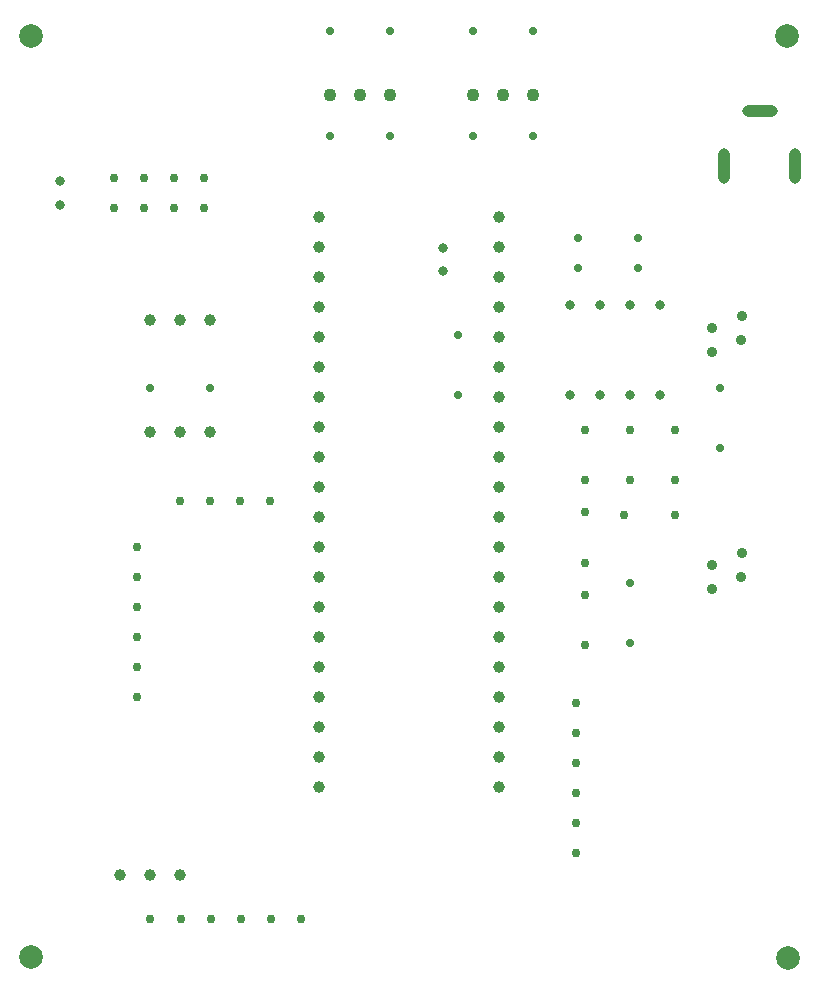
<source format=gbr>
%TF.GenerationSoftware,KiCad,Pcbnew,(6.0.4)*%
%TF.CreationDate,2023-07-21T11:31:22+07:00*%
%TF.ProjectId,05-Prototype-UpdatedComponents,30352d50-726f-4746-9f74-7970652d5570,rev?*%
%TF.SameCoordinates,PX66ff300PY8b3c880*%
%TF.FileFunction,Plated,1,2,PTH,Mixed*%
%TF.FilePolarity,Positive*%
%FSLAX46Y46*%
G04 Gerber Fmt 4.6, Leading zero omitted, Abs format (unit mm)*
G04 Created by KiCad (PCBNEW (6.0.4)) date 2023-07-21 11:31:22*
%MOMM*%
%LPD*%
G01*
G04 APERTURE LIST*
%TA.AperFunction,ComponentDrill*%
%ADD10C,0.700000*%
%TD*%
%TA.AperFunction,ComponentDrill*%
%ADD11C,0.762000*%
%TD*%
%TA.AperFunction,ComponentDrill*%
%ADD12C,0.800000*%
%TD*%
%TA.AperFunction,ComponentDrill*%
%ADD13C,0.890000*%
%TD*%
%TA.AperFunction,ComponentDrill*%
%ADD14C,1.000000*%
%TD*%
G04 aperture for slot hole*
%TA.AperFunction,ComponentDrill*%
%ADD15O,1.000000X3.000000*%
%TD*%
G04 aperture for slot hole*
%TA.AperFunction,ComponentDrill*%
%ADD16O,3.000000X1.000000*%
%TD*%
%TA.AperFunction,ComponentDrill*%
%ADD17C,1.100000*%
%TD*%
%TA.AperFunction,ViaDrill*%
%ADD18C,2.000000*%
%TD*%
G04 APERTURE END LIST*
D10*
%TO.C,R9*%
X14555000Y55195000D03*
X19635000Y55195000D03*
%TO.C,R2*%
X29795000Y85350000D03*
%TO.C,R3*%
X29795000Y76460000D03*
%TO.C,R2*%
X34875000Y85350000D03*
%TO.C,R3*%
X34875000Y76460000D03*
%TO.C,R7*%
X40590000Y59640000D03*
X40590000Y54560000D03*
%TO.C,R0*%
X41860000Y85350000D03*
%TO.C,R1*%
X41860000Y76460000D03*
%TO.C,R0*%
X46940000Y85350000D03*
%TO.C,R1*%
X46940000Y76460000D03*
%TO.C,R5*%
X50750000Y67895000D03*
%TO.C,R4*%
X50750000Y65355000D03*
%TO.C,R8*%
X55195000Y38685000D03*
X55195000Y33605000D03*
%TO.C,R5*%
X55830000Y67895000D03*
%TO.C,R4*%
X55830000Y65355000D03*
%TO.C,R6*%
X62815000Y55195000D03*
X62815000Y50115000D03*
D11*
%TO.C,U5*%
X11507000Y72910000D03*
X11507000Y70370000D03*
%TO.C,U7*%
X13465000Y41733000D03*
X13465000Y39193000D03*
X13465000Y36653000D03*
X13465000Y34113000D03*
X13465000Y31573000D03*
X13465000Y29033000D03*
%TO.C,U5*%
X14047000Y72910000D03*
X14047000Y70370000D03*
%TO.C,U4*%
X14555000Y10160000D03*
%TO.C,U5*%
X16587000Y72910000D03*
X16587000Y70370000D03*
%TO.C,U4*%
X17095000Y45620000D03*
X17175000Y10160000D03*
%TO.C,U5*%
X19127000Y72910000D03*
X19127000Y70370000D03*
%TO.C,U4*%
X19635000Y45620000D03*
X19715000Y10160000D03*
X22175000Y45620000D03*
X22255000Y10160000D03*
X24715000Y45620000D03*
X24795000Y10160000D03*
X27335000Y10160000D03*
%TO.C,U3*%
X50650000Y28525000D03*
X50650000Y25985000D03*
X50650000Y23445000D03*
X50650000Y20905000D03*
X50650000Y18365000D03*
X50650000Y15825000D03*
%TO.C,C5*%
X51385000Y51630000D03*
X51385000Y47330000D03*
%TO.C,C2*%
X51385000Y44645000D03*
X51385000Y40345000D03*
%TO.C,C7*%
X51385000Y37660000D03*
X51385000Y33360000D03*
%TO.C,C4*%
X54696000Y44400000D03*
%TO.C,C6*%
X55195000Y51630000D03*
X55195000Y47330000D03*
%TO.C,C4*%
X58996000Y44400000D03*
%TO.C,C3*%
X59005000Y51630000D03*
X59005000Y47330000D03*
D12*
%TO.C,C1*%
X6935000Y72660112D03*
X6935000Y70660112D03*
%TO.C,C0*%
X39320000Y67034887D03*
X39320000Y65034887D03*
%TO.C,U6*%
X50125000Y62165000D03*
X50125000Y54545000D03*
X52665000Y62165000D03*
X52665000Y54545000D03*
X55205000Y62165000D03*
X55205000Y54545000D03*
X57745000Y62165000D03*
X57745000Y54545000D03*
D13*
%TO.C,J4*%
X62132600Y40160200D03*
X62132600Y38125200D03*
%TO.C,J3*%
X62158000Y60251600D03*
X62158000Y58216600D03*
%TO.C,J4*%
X64572600Y39140200D03*
%TO.C,J3*%
X64598000Y59231600D03*
%TO.C,J4*%
X64672600Y41175200D03*
%TO.C,J3*%
X64698000Y61266600D03*
D14*
%TO.C,J1*%
X12015000Y13920000D03*
X14555000Y13920000D03*
%TO.C,J2*%
X14570000Y60935000D03*
%TO.C,J5*%
X14570000Y51410000D03*
%TO.C,J1*%
X17095000Y13920000D03*
%TO.C,J2*%
X17110000Y60935000D03*
%TO.C,J5*%
X17110000Y51410000D03*
%TO.C,J2*%
X19650000Y60935000D03*
%TO.C,J5*%
X19650000Y51410000D03*
%TO.C,U0*%
X28880000Y69630000D03*
X28880000Y67090000D03*
X28880000Y64550000D03*
X28880000Y62010000D03*
X28880000Y59470000D03*
X28880000Y56930000D03*
X28880000Y54390000D03*
X28880000Y51850000D03*
X28880000Y49310000D03*
X28880000Y46770000D03*
X28880000Y44230000D03*
X28880000Y41690000D03*
X28880000Y39150000D03*
X28880000Y36610000D03*
X28880000Y34070000D03*
X28880000Y31530000D03*
X28880000Y28990000D03*
X28880000Y26450000D03*
X28880000Y23910000D03*
X28880000Y21370000D03*
X44120000Y69630000D03*
X44120000Y67090000D03*
X44120000Y64550000D03*
X44120000Y62010000D03*
X44120000Y59470000D03*
X44120000Y56930000D03*
X44120000Y54390000D03*
X44120000Y51850000D03*
X44120000Y49310000D03*
X44120000Y46770000D03*
X44120000Y44230000D03*
X44120000Y41690000D03*
X44120000Y39150000D03*
X44120000Y36610000D03*
X44120000Y34070000D03*
X44120000Y31530000D03*
X44120000Y28990000D03*
X44120000Y26450000D03*
X44120000Y23910000D03*
X44120000Y21370000D03*
D15*
%TO.C,J0*%
X63165000Y73922500D03*
D16*
X66165000Y78622500D03*
D15*
X69165000Y73922500D03*
D17*
%TO.C,U2*%
X29795000Y79960000D03*
X32335000Y79960000D03*
X34875000Y79960000D03*
%TO.C,U1*%
X41860000Y79960000D03*
X44400000Y79960000D03*
X46940000Y79960000D03*
%TD*%
D18*
X4500000Y85000000D03*
X4500000Y7000000D03*
X68500000Y85000000D03*
X68530000Y6935000D03*
M02*

</source>
